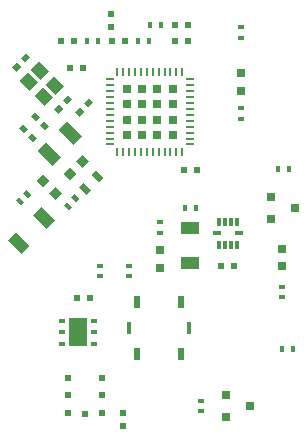
<source format=gbr>
G04 #@! TF.FileFunction,Paste,Top*
%FSLAX46Y46*%
G04 Gerber Fmt 4.6, Leading zero omitted, Abs format (unit mm)*
G04 Created by KiCad (PCBNEW 0.201503090816+5484~22~ubuntu14.04.1-product) date Sun 31 May 2015 01:33:18 BST*
%MOMM*%
G01*
G04 APERTURE LIST*
%ADD10C,0.100000*%
%ADD11R,0.600000X0.500000*%
%ADD12R,0.500000X0.600000*%
%ADD13R,1.600000X1.000000*%
%ADD14R,0.797560X0.797560*%
%ADD15R,0.400000X0.600000*%
%ADD16R,0.600000X0.400000*%
%ADD17R,0.600000X1.000000*%
%ADD18R,0.450000X1.000000*%
%ADD19R,0.250000X0.700000*%
%ADD20R,0.700000X0.250000*%
%ADD21R,0.772500X0.772500*%
%ADD22R,0.800000X0.300000*%
%ADD23R,0.300000X0.800000*%
%ADD24R,1.500000X2.400000*%
%ADD25R,0.800100X0.800100*%
G04 APERTURE END LIST*
D10*
G36*
X134790264Y-86725182D02*
X135143818Y-87078736D01*
X134719554Y-87503000D01*
X134366000Y-87149446D01*
X134790264Y-86725182D01*
X134790264Y-86725182D01*
G37*
G36*
X134012446Y-87503000D02*
X134366000Y-87856554D01*
X133941736Y-88280818D01*
X133588182Y-87927264D01*
X134012446Y-87503000D01*
X134012446Y-87503000D01*
G37*
G36*
X137497736Y-91836818D02*
X137144182Y-91483264D01*
X137568446Y-91059000D01*
X137922000Y-91412554D01*
X137497736Y-91836818D01*
X137497736Y-91836818D01*
G37*
G36*
X138275554Y-91059000D02*
X137922000Y-90705446D01*
X138346264Y-90281182D01*
X138699818Y-90634736D01*
X138275554Y-91059000D01*
X138275554Y-91059000D01*
G37*
D11*
X147405000Y-84328000D03*
X148505000Y-84328000D03*
D12*
X141986000Y-84497000D03*
X141986000Y-83397000D03*
D11*
X143171000Y-85725000D03*
X142071000Y-85725000D03*
X138853000Y-85725000D03*
X137753000Y-85725000D03*
D10*
G36*
X140124264Y-90535182D02*
X140477818Y-90888736D01*
X140053554Y-91313000D01*
X139700000Y-90959446D01*
X140124264Y-90535182D01*
X140124264Y-90535182D01*
G37*
G36*
X139346446Y-91313000D02*
X139700000Y-91666554D01*
X139275736Y-92090818D01*
X138922182Y-91737264D01*
X139346446Y-91313000D01*
X139346446Y-91313000D01*
G37*
D11*
X139615000Y-88011000D03*
X138515000Y-88011000D03*
X148505000Y-85725000D03*
X147405000Y-85725000D03*
X148167000Y-96647000D03*
X149267000Y-96647000D03*
D12*
X143002000Y-117179000D03*
X143002000Y-118279000D03*
D11*
X151342000Y-104775000D03*
X152442000Y-104775000D03*
D13*
X148717000Y-104497000D03*
X148717000Y-101497000D03*
D11*
X139150000Y-107442000D03*
X140250000Y-107442000D03*
D10*
G36*
X135239182Y-92031736D02*
X135592736Y-91678182D01*
X136017000Y-92102446D01*
X135663446Y-92456000D01*
X135239182Y-92031736D01*
X135239182Y-92031736D01*
G37*
G36*
X136017000Y-92809554D02*
X136370554Y-92456000D01*
X136794818Y-92880264D01*
X136441264Y-93233818D01*
X136017000Y-92809554D01*
X136017000Y-92809554D01*
G37*
G36*
X134223182Y-93047736D02*
X134576736Y-92694182D01*
X135001000Y-93118446D01*
X134647446Y-93472000D01*
X134223182Y-93047736D01*
X134223182Y-93047736D01*
G37*
G36*
X135001000Y-93825554D02*
X135354554Y-93472000D01*
X135778818Y-93896264D01*
X135425264Y-94249818D01*
X135001000Y-93825554D01*
X135001000Y-93825554D01*
G37*
D14*
X156464000Y-104762300D03*
X156464000Y-103263700D03*
X146177000Y-103390700D03*
X146177000Y-104889300D03*
X153035000Y-89903300D03*
X153035000Y-88404700D03*
D10*
G36*
X134867487Y-98261249D02*
X135291751Y-98685513D01*
X135008909Y-98968355D01*
X134584645Y-98544091D01*
X134867487Y-98261249D01*
X134867487Y-98261249D01*
G37*
G36*
X134231091Y-98897645D02*
X134655355Y-99321909D01*
X134372513Y-99604751D01*
X133948249Y-99180487D01*
X134231091Y-98897645D01*
X134231091Y-98897645D01*
G37*
D15*
X157422000Y-111760000D03*
X156522000Y-111760000D03*
D16*
X153035000Y-84513000D03*
X153035000Y-85413000D03*
D15*
X156141000Y-96520000D03*
X157041000Y-96520000D03*
D16*
X156464000Y-107384000D03*
X156464000Y-106484000D03*
X143510000Y-105606000D03*
X143510000Y-104706000D03*
X141097000Y-105606000D03*
X141097000Y-104706000D03*
D15*
X148267000Y-99822000D03*
X149167000Y-99822000D03*
D16*
X146177000Y-101023000D03*
X146177000Y-101923000D03*
X149606000Y-116136000D03*
X149606000Y-117036000D03*
X153035000Y-92271000D03*
X153035000Y-91371000D03*
D17*
X144200000Y-107782000D03*
X147900000Y-107782000D03*
X144200000Y-112182000D03*
X147900000Y-112182000D03*
D18*
X143525000Y-109982000D03*
X148575000Y-109982000D03*
D19*
X142538000Y-95094000D03*
X143038000Y-95094000D03*
X143538000Y-95094000D03*
X144038000Y-95094000D03*
X144538000Y-95094000D03*
X145038000Y-95094000D03*
X145538000Y-95094000D03*
X146038000Y-95094000D03*
X146538000Y-95094000D03*
X147038000Y-95094000D03*
X147538000Y-95094000D03*
X148038000Y-95094000D03*
D20*
X148688000Y-94444000D03*
X148688000Y-93944000D03*
X148688000Y-93444000D03*
X148688000Y-92944000D03*
X148688000Y-92444000D03*
X148688000Y-91944000D03*
X148688000Y-91444000D03*
X148688000Y-90944000D03*
X148688000Y-90444000D03*
X148688000Y-89944000D03*
X148688000Y-89444000D03*
X148688000Y-88944000D03*
D19*
X148038000Y-88294000D03*
X147538000Y-88294000D03*
X147038000Y-88294000D03*
X146538000Y-88294000D03*
X146038000Y-88294000D03*
X145538000Y-88294000D03*
X145038000Y-88294000D03*
X144538000Y-88294000D03*
X144038000Y-88294000D03*
X143538000Y-88294000D03*
X143038000Y-88294000D03*
X142538000Y-88294000D03*
D20*
X141888000Y-88944000D03*
X141888000Y-89444000D03*
X141888000Y-89944000D03*
X141888000Y-90444000D03*
X141888000Y-90944000D03*
X141888000Y-91444000D03*
X141888000Y-91944000D03*
X141888000Y-92444000D03*
X141888000Y-92944000D03*
X141888000Y-93444000D03*
X141888000Y-93944000D03*
X141888000Y-94444000D03*
D21*
X147219250Y-89762750D03*
X145931750Y-89762750D03*
X144644250Y-89762750D03*
X143356750Y-89762750D03*
X147219250Y-91050250D03*
X145931750Y-91050250D03*
X144644250Y-91050250D03*
X143356750Y-91050250D03*
X147219250Y-92337750D03*
X145931750Y-92337750D03*
X144644250Y-92337750D03*
X143356750Y-92337750D03*
X147219250Y-93625250D03*
X145931750Y-93625250D03*
X144644250Y-93625250D03*
X143356750Y-93625250D03*
D12*
X138377000Y-114197000D03*
X138377000Y-115697000D03*
X138377000Y-117197000D03*
X141277000Y-117197000D03*
X141277000Y-115697000D03*
X141277000Y-114197000D03*
D11*
X139827000Y-117247000D03*
D22*
X152842000Y-101981000D03*
X150942000Y-101981000D03*
D23*
X152642000Y-101031000D03*
X152142000Y-101031000D03*
X151642000Y-101031000D03*
X151142000Y-101031000D03*
X152642000Y-102931000D03*
X152142000Y-102931000D03*
X151642000Y-102931000D03*
X151142000Y-102931000D03*
D24*
X139192000Y-110363000D03*
D16*
X140542000Y-111363000D03*
X140542000Y-110363000D03*
X140542000Y-109363000D03*
X137842000Y-109363000D03*
X137842000Y-110363000D03*
X137842000Y-111363000D03*
D10*
G36*
X134270167Y-89033512D02*
X134977273Y-88326406D01*
X135825801Y-89174934D01*
X135118695Y-89882040D01*
X134270167Y-89033512D01*
X134270167Y-89033512D01*
G37*
G36*
X136462199Y-89387066D02*
X137169305Y-88679960D01*
X138017833Y-89528488D01*
X137310727Y-90235594D01*
X136462199Y-89387066D01*
X136462199Y-89387066D01*
G37*
G36*
X135542960Y-90306305D02*
X136250066Y-89599199D01*
X137098594Y-90447727D01*
X136391488Y-91154833D01*
X135542960Y-90306305D01*
X135542960Y-90306305D01*
G37*
G36*
X135189406Y-88114273D02*
X135896512Y-87407167D01*
X136745040Y-88255695D01*
X136037934Y-88962801D01*
X135189406Y-88114273D01*
X135189406Y-88114273D01*
G37*
G36*
X136501274Y-94254934D02*
X137774066Y-95527726D01*
X137066960Y-96234832D01*
X135794168Y-94962040D01*
X136501274Y-94254934D01*
X136501274Y-94254934D01*
G37*
G36*
X138269040Y-92487168D02*
X139541832Y-93759960D01*
X138834726Y-94467066D01*
X137561934Y-93194274D01*
X138269040Y-92487168D01*
X138269040Y-92487168D01*
G37*
G36*
X136103528Y-99747101D02*
X137234899Y-100878472D01*
X136527792Y-101585579D01*
X135396421Y-100454208D01*
X136103528Y-99747101D01*
X136103528Y-99747101D01*
G37*
G36*
X133982208Y-101868421D02*
X135113579Y-102999792D01*
X134406472Y-103706899D01*
X133275101Y-102575528D01*
X133982208Y-101868421D01*
X133982208Y-101868421D01*
G37*
D25*
X155590240Y-98872000D03*
X155590240Y-100772000D03*
X157589220Y-99822000D03*
X151780240Y-115636000D03*
X151780240Y-117536000D03*
X153779220Y-116586000D03*
D10*
G36*
X139613008Y-95314662D02*
X140143338Y-95844992D01*
X139577652Y-96410678D01*
X139047322Y-95880348D01*
X139613008Y-95314662D01*
X139613008Y-95314662D01*
G37*
G36*
X138552348Y-96375322D02*
X139082678Y-96905652D01*
X138516992Y-97471338D01*
X137986662Y-96941008D01*
X138552348Y-96375322D01*
X138552348Y-96375322D01*
G37*
G36*
X137857338Y-98592008D02*
X137327008Y-99122338D01*
X136761322Y-98556652D01*
X137291652Y-98026322D01*
X137857338Y-98592008D01*
X137857338Y-98592008D01*
G37*
G36*
X136796678Y-97531348D02*
X136266348Y-98061678D01*
X135700662Y-97495992D01*
X136230992Y-96965662D01*
X136796678Y-97531348D01*
X136796678Y-97531348D01*
G37*
D15*
X144330000Y-85725000D03*
X145230000Y-85725000D03*
X145346000Y-84328000D03*
X146246000Y-84328000D03*
X140912000Y-85725000D03*
X140012000Y-85725000D03*
D10*
G36*
X140723909Y-96637695D02*
X141360305Y-97274091D01*
X141006751Y-97627645D01*
X140370355Y-96991249D01*
X140723909Y-96637695D01*
X140723909Y-96637695D01*
G37*
G36*
X139663249Y-97698355D02*
X140299645Y-98334751D01*
X139946091Y-98688305D01*
X139309695Y-98051909D01*
X139663249Y-97698355D01*
X139663249Y-97698355D01*
G37*
G36*
X138931487Y-98642249D02*
X139355751Y-99066513D01*
X139072909Y-99349355D01*
X138648645Y-98925091D01*
X138931487Y-98642249D01*
X138931487Y-98642249D01*
G37*
G36*
X138295091Y-99278645D02*
X138719355Y-99702909D01*
X138436513Y-99985751D01*
X138012249Y-99561487D01*
X138295091Y-99278645D01*
X138295091Y-99278645D01*
G37*
M02*

</source>
